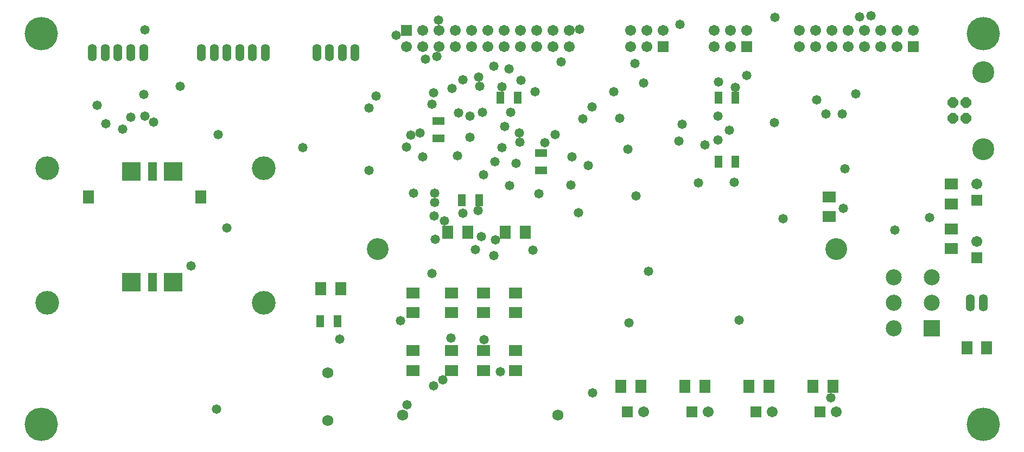
<source format=gbs>
%FSLAX25Y25*%
%MOIN*%
G70*
G01*
G75*
G04 Layer_Color=16711935*
%ADD10R,0.05906X0.07480*%
%ADD11R,0.07480X0.05906*%
%ADD12R,0.04331X0.06693*%
%ADD13R,0.06299X0.06299*%
%ADD14R,0.04331X0.03937*%
%ADD15R,0.08661X0.10236*%
%ADD16R,0.02756X0.05118*%
%ADD17R,0.09449X0.10236*%
%ADD18O,0.02362X0.07677*%
%ADD19O,0.07677X0.02362*%
%ADD20R,0.05118X0.02756*%
%ADD21O,0.01181X0.08268*%
%ADD22O,0.08268X0.01181*%
%ADD23R,0.06693X0.04331*%
%ADD24R,0.09055X0.09055*%
%ADD25R,0.33071X0.41929*%
%ADD26R,0.14961X0.04134*%
%ADD27O,0.09055X0.02756*%
%ADD28R,0.03150X0.18110*%
%ADD29R,0.18110X0.03150*%
%ADD30R,0.08858X0.03150*%
%ADD31R,0.10630X0.13780*%
%ADD32R,0.03150X0.09449*%
%ADD33R,0.03150X0.03937*%
%ADD34R,0.09449X0.07874*%
%ADD35R,0.00984X0.05512*%
%ADD36R,0.08661X0.05906*%
%ADD37C,0.01575*%
%ADD38C,0.00598*%
%ADD39C,0.03937*%
%ADD40C,0.03150*%
%ADD41C,0.00787*%
%ADD42C,0.02756*%
%ADD43C,0.12598*%
%ADD44R,0.05906X0.05906*%
%ADD45C,0.05906*%
%ADD46R,0.05906X0.05906*%
%ADD47C,0.19685*%
%ADD48C,0.06000*%
%ADD49C,0.13780*%
%ADD50C,0.09055*%
%ADD51C,0.12661*%
%ADD52P,0.06213X8X112.5*%
%ADD53O,0.04724X0.09843*%
%ADD54C,0.05000*%
%ADD55R,0.05709X0.07677*%
%ADD56R,0.04724X0.11024*%
%ADD57R,0.11024X0.11024*%
%ADD58C,0.00984*%
%ADD59C,0.02362*%
%ADD60C,0.01000*%
%ADD61R,0.06706X0.08280*%
%ADD62R,0.08280X0.06706*%
%ADD63R,0.05131X0.07493*%
%ADD64R,0.07099X0.07099*%
%ADD65R,0.05131X0.04737*%
%ADD66R,0.09461X0.11036*%
%ADD67R,0.03556X0.05918*%
%ADD68R,0.10249X0.11036*%
%ADD69O,0.03162X0.08477*%
%ADD70O,0.08477X0.03162*%
%ADD71R,0.05918X0.03556*%
%ADD72O,0.01981X0.09068*%
%ADD73O,0.09068X0.01981*%
%ADD74R,0.07493X0.05131*%
%ADD75R,0.09855X0.09855*%
%ADD76R,0.33871X0.42729*%
%ADD77R,0.15761X0.04934*%
%ADD78O,0.09855X0.03556*%
%ADD79R,0.03950X0.18910*%
%ADD80R,0.18910X0.03950*%
%ADD81R,0.09658X0.03950*%
%ADD82R,0.11430X0.14579*%
%ADD83R,0.03950X0.10249*%
%ADD84R,0.03950X0.04737*%
%ADD85R,0.10249X0.08674*%
%ADD86R,0.01784X0.06312*%
%ADD87R,0.09461X0.06706*%
%ADD88C,0.13398*%
%ADD89R,0.06706X0.06706*%
%ADD90C,0.06706*%
%ADD91R,0.06706X0.06706*%
%ADD92C,0.20485*%
%ADD93C,0.06800*%
%ADD94C,0.14579*%
%ADD95C,0.09855*%
%ADD96C,0.13461*%
%ADD97P,0.07079X8X112.5*%
%ADD98O,0.05524X0.10642*%
%ADD99C,0.05800*%
%ADD100R,0.06509X0.08477*%
%ADD101R,0.05524X0.11824*%
%ADD102R,0.11824X0.11824*%
D61*
X277756Y133858D02*
D03*
X265551D02*
D03*
X313189D02*
D03*
X300984D02*
D03*
X584449Y62992D02*
D03*
X596654D02*
D03*
X187598Y99213D02*
D03*
X199803D02*
D03*
X371850Y39370D02*
D03*
X384055D02*
D03*
X411221D02*
D03*
X423425D02*
D03*
X450591D02*
D03*
X462795D02*
D03*
X489961D02*
D03*
X502165D02*
D03*
D62*
X244094Y96653D02*
D03*
Y84449D02*
D03*
X574803Y151378D02*
D03*
Y163583D02*
D03*
X287402Y49016D02*
D03*
Y61221D02*
D03*
X267717Y49016D02*
D03*
Y61221D02*
D03*
X574803Y123819D02*
D03*
Y136024D02*
D03*
X500000Y143504D02*
D03*
Y155709D02*
D03*
X267717Y84449D02*
D03*
Y96653D02*
D03*
X287402Y84449D02*
D03*
Y96653D02*
D03*
X307087Y84449D02*
D03*
Y96653D02*
D03*
Y49016D02*
D03*
Y61221D02*
D03*
X244095Y49016D02*
D03*
Y61221D02*
D03*
D63*
X284843Y153543D02*
D03*
X274213D02*
D03*
X442323Y216535D02*
D03*
X431693D02*
D03*
X308465D02*
D03*
X297835D02*
D03*
X197835Y79134D02*
D03*
X187205D02*
D03*
X442323Y177165D02*
D03*
X431693D02*
D03*
D74*
X259842Y202165D02*
D03*
Y191535D02*
D03*
X322835Y182480D02*
D03*
Y171850D02*
D03*
D75*
X562992Y74803D02*
D03*
D88*
X222441Y123622D02*
D03*
X504331D02*
D03*
D89*
X590551Y118110D02*
D03*
Y153543D02*
D03*
D90*
Y128110D02*
D03*
Y163543D02*
D03*
X385984Y23622D02*
D03*
X425354D02*
D03*
X464725D02*
D03*
X504095D02*
D03*
X250158Y258032D02*
D03*
X280158D02*
D03*
X260158D02*
D03*
X270158D02*
D03*
X240158Y248031D02*
D03*
X250158D02*
D03*
X260158D02*
D03*
X270158D02*
D03*
X280158D02*
D03*
X310158Y258032D02*
D03*
X290158D02*
D03*
X300158D02*
D03*
X320158D02*
D03*
X330158D02*
D03*
X340158D02*
D03*
X310158Y248031D02*
D03*
X320158D02*
D03*
X290158D02*
D03*
X300158D02*
D03*
X330158D02*
D03*
X340158D02*
D03*
X397953Y258032D02*
D03*
X377953Y248031D02*
D03*
X387953D02*
D03*
X377953Y258032D02*
D03*
X387953D02*
D03*
X449134D02*
D03*
X429134Y248031D02*
D03*
X439134D02*
D03*
X429134Y258032D02*
D03*
X439134D02*
D03*
X481496D02*
D03*
X491496D02*
D03*
X501496D02*
D03*
X481496Y248031D02*
D03*
X491496D02*
D03*
X501496D02*
D03*
X511496D02*
D03*
X531496Y258032D02*
D03*
X511496D02*
D03*
X521496D02*
D03*
X541496D02*
D03*
Y248031D02*
D03*
X521496D02*
D03*
X531496D02*
D03*
X551496Y258032D02*
D03*
D91*
X375984Y23622D02*
D03*
X415354D02*
D03*
X454725D02*
D03*
X494095D02*
D03*
X240158Y258032D02*
D03*
X397953Y248031D02*
D03*
X449134D02*
D03*
X551496D02*
D03*
D92*
X15744Y255898D02*
D03*
X594484D02*
D03*
Y15740D02*
D03*
X15744D02*
D03*
D93*
X237795Y21654D02*
D03*
X333071D02*
D03*
X191732Y47638D02*
D03*
Y18110D02*
D03*
D94*
X19685Y173228D02*
D03*
X152362D02*
D03*
Y90551D02*
D03*
X19685D02*
D03*
D95*
X562992D02*
D03*
Y106299D02*
D03*
X539370Y74803D02*
D03*
Y90551D02*
D03*
Y106299D02*
D03*
D96*
X594488Y232283D02*
D03*
Y185039D02*
D03*
D97*
X583819Y213582D02*
D03*
Y203740D02*
D03*
X575945D02*
D03*
Y213582D02*
D03*
D98*
X70866Y244094D02*
D03*
X78740D02*
D03*
X62992D02*
D03*
X47244D02*
D03*
X55118D02*
D03*
X137795D02*
D03*
X145669D02*
D03*
X129921D02*
D03*
X153543D02*
D03*
X114173D02*
D03*
X122047D02*
D03*
X200787D02*
D03*
X208661D02*
D03*
X192913D02*
D03*
X185039D02*
D03*
X594488Y90551D02*
D03*
X586614D02*
D03*
D99*
X466535Y265748D02*
D03*
X518504Y266142D02*
D03*
X79528Y258268D02*
D03*
X304330Y207480D02*
D03*
X371052Y203920D02*
D03*
X509573Y172835D02*
D03*
X217214Y171830D02*
D03*
X408268Y261417D02*
D03*
X303150Y234090D02*
D03*
X244488Y157874D02*
D03*
X255906Y108661D02*
D03*
X419685Y164173D02*
D03*
X341027Y162992D02*
D03*
X341732Y180315D02*
D03*
X354331Y211024D02*
D03*
X351969Y174803D02*
D03*
X449213Y230315D02*
D03*
X107852Y113056D02*
D03*
X285152Y223456D02*
D03*
X274728Y227580D02*
D03*
X262452Y43256D02*
D03*
X236652Y79556D02*
D03*
X354352Y35056D02*
D03*
X298752Y223156D02*
D03*
X297852Y48056D02*
D03*
X287752Y67856D02*
D03*
X267552Y69032D02*
D03*
X240552Y27956D02*
D03*
X55352Y200456D02*
D03*
X79552Y205056D02*
D03*
X78740Y218556D02*
D03*
X250152Y180356D02*
D03*
X540252Y135217D02*
D03*
X442323Y222756D02*
D03*
X431693Y226264D02*
D03*
X321652Y157556D02*
D03*
X317752Y122756D02*
D03*
X438648Y196656D02*
D03*
X287352Y169156D02*
D03*
X271537Y180856D02*
D03*
X331452Y193792D02*
D03*
X409652Y200356D02*
D03*
X307552Y176356D02*
D03*
X50052Y211756D02*
D03*
X84772Y201526D02*
D03*
X279052Y192256D02*
D03*
X500952Y32356D02*
D03*
X346352Y258692D02*
D03*
X286152Y131056D02*
D03*
X309952Y189056D02*
D03*
X294008Y119556D02*
D03*
X325152Y188977D02*
D03*
X348652Y203556D02*
D03*
X268052Y222356D02*
D03*
X124552Y193756D02*
D03*
X309452Y194756D02*
D03*
X294852Y129056D02*
D03*
X303552Y162456D02*
D03*
X221352Y217456D02*
D03*
X256752Y219656D02*
D03*
X255852Y212556D02*
D03*
X217252Y210156D02*
D03*
X199252Y68256D02*
D03*
X497852Y206556D02*
D03*
X345852Y145956D02*
D03*
X516152Y218956D02*
D03*
X385752Y225656D02*
D03*
X388952Y109756D02*
D03*
X256752Y39556D02*
D03*
X257352Y152156D02*
D03*
X263652Y140856D02*
D03*
X367452Y220056D02*
D03*
X525552Y266956D02*
D03*
X259752Y264256D02*
D03*
X257452Y157956D02*
D03*
X492152Y215056D02*
D03*
X101168Y223456D02*
D03*
X129752Y136556D02*
D03*
X70866Y204601D02*
D03*
X65698Y197156D02*
D03*
X381252Y156156D02*
D03*
X431452Y190456D02*
D03*
X257954Y129556D02*
D03*
X274854Y145458D02*
D03*
X240152Y186156D02*
D03*
X284152Y147356D02*
D03*
X282644Y123241D02*
D03*
X242952Y193456D02*
D03*
X123352Y25063D02*
D03*
X380352Y237556D02*
D03*
X279152Y205156D02*
D03*
X248679Y194729D02*
D03*
X233952Y254956D02*
D03*
X258752Y241956D02*
D03*
X272052Y207356D02*
D03*
X251952Y240356D02*
D03*
X300444Y198764D02*
D03*
X176352Y185756D02*
D03*
X319152Y220256D02*
D03*
X298952Y185920D02*
D03*
X310552Y227356D02*
D03*
X293752Y236011D02*
D03*
X286852Y207656D02*
D03*
X284552Y229156D02*
D03*
X257152Y143956D02*
D03*
X335152Y238656D02*
D03*
X507874Y206655D02*
D03*
X561652Y142756D02*
D03*
X441452Y164456D02*
D03*
X294552Y177356D02*
D03*
X431496Y205056D02*
D03*
X466252Y201256D02*
D03*
X407652Y189856D02*
D03*
X423352Y187456D02*
D03*
X376181Y185048D02*
D03*
X508661Y148425D02*
D03*
X471654Y142126D02*
D03*
X444488Y79921D02*
D03*
X376772Y78347D02*
D03*
D100*
X113779Y155512D02*
D03*
X44882D02*
D03*
D101*
X84252Y171260D02*
D03*
X84095Y103150D02*
D03*
D102*
X96850Y171260D02*
D03*
Y103150D02*
D03*
X71339D02*
D03*
X71260Y171260D02*
D03*
M02*

</source>
